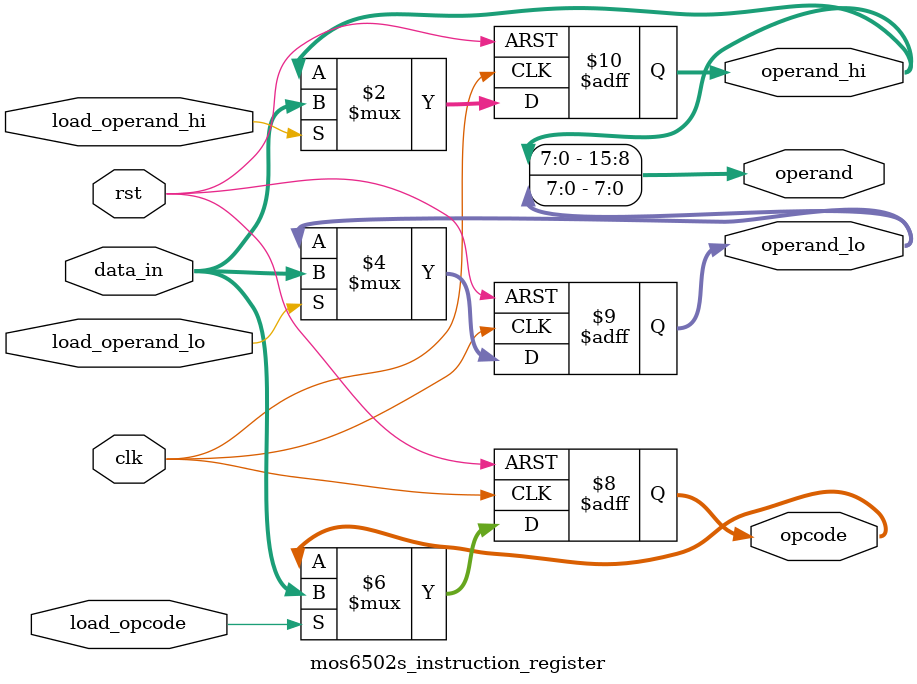
<source format=v>
module mos6502s_instruction_register (
  input        clk,
  input        rst,
  input        load_opcode,
  input        load_operand_lo,
  input        load_operand_hi,
  input  [7:0] data_in,
  output reg [7:0] opcode,
  output reg [7:0] operand_lo,
  output reg [7:0] operand_hi,
  output [15:0] operand
);

  always @(posedge clk or posedge rst) begin
    if (rst) begin
      opcode <= 8'h00;
      operand_lo <= 8'h00;
      operand_hi <= 8'h00;
    end else begin
      if (load_opcode) opcode <= data_in;
      if (load_operand_lo) operand_lo <= data_in;
      if (load_operand_hi) operand_hi <= data_in;
    end
  end

  assign operand = {operand_hi, operand_lo};

endmodule

</source>
